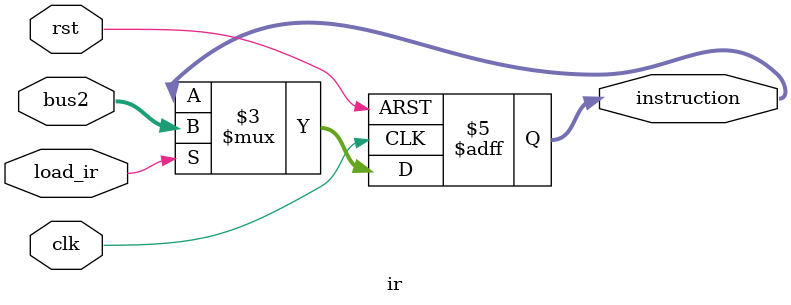
<source format=v>
module ir(rst,clk,bus2,load_ir,instruction);
input [7:0] bus2;
input load_ir,rst,clk;
output reg [7:0] instruction;
always@(posedge clk or posedge rst)
if(rst)
instruction=8'd0;
else if(load_ir)
instruction=bus2;
else
instruction=instruction;
endmodule

</source>
